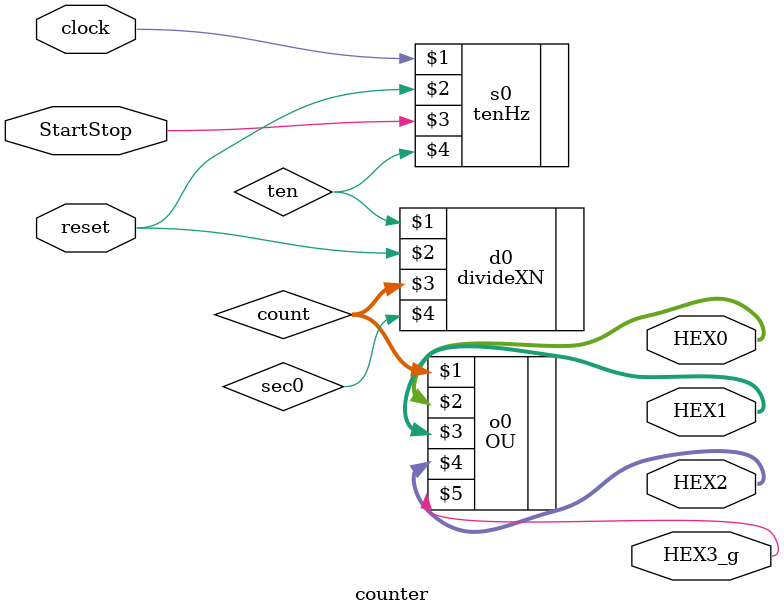
<source format=v>
module counter 
	(
	input clock, reset, StartStop,
	output [6:0] HEX0, HEX1, HEX2,
	output HEX3_g
	);

	wire ten;
	wire sec0;
	wire [7:0] count;
	
	tenHz s0 (clock, reset, StartStop, ten);

	divideXN #(8'd255, 4'd8) d0 (ten, reset, count[7:0], sec0);
	
	OU o0(count[7:0], HEX0[6:0], HEX1[6:0], HEX2[6:0], HEX3_g);
endmodule
	
</source>
